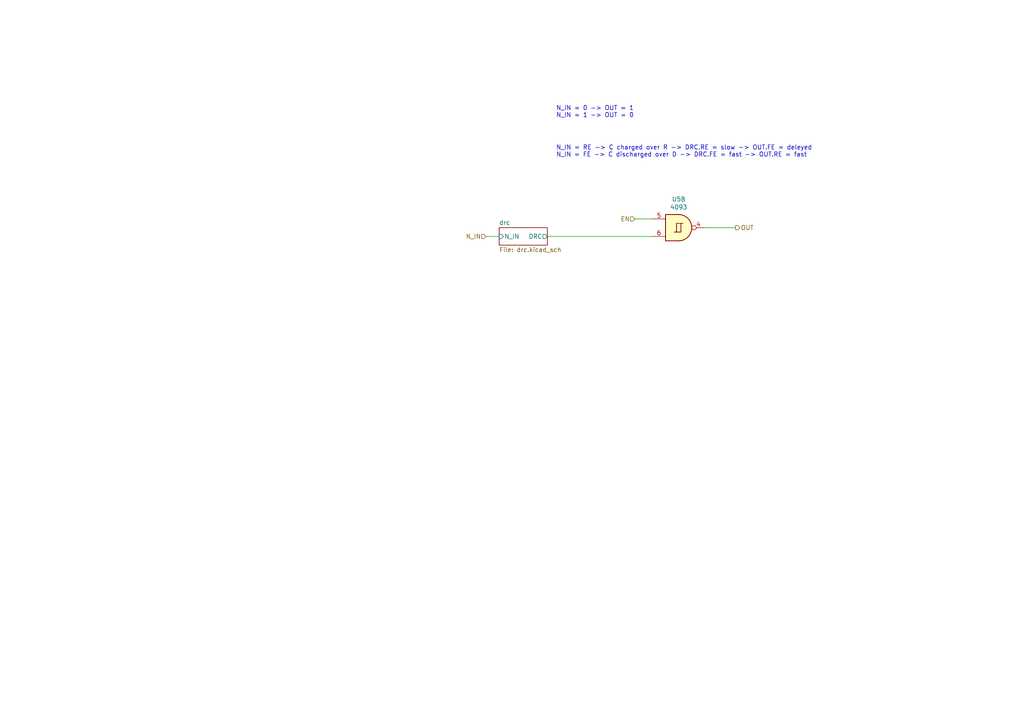
<source format=kicad_sch>
(kicad_sch (version 20211123) (generator eeschema)
  (paper "A4")
  (lib_symbols
    (symbol "4xxx:HEF4093B" (pin_names (offset 1.016))
      (property "Reference" "U" (at 0 1.27 0))
      (property "Value" "HEF4093B" (at 0 -1.27 0))
      (symbol "HEF4093B_1_0"
        (polyline (pts (xy -0.635 -1.27) (xy -0.635 1.27) (xy 0.635 1.27)))
        (polyline (pts (xy -0.635 -1.27) (xy -0.635 1.27) (xy 0.635 1.27)))
        (polyline (pts (xy -1.27 -1.27) (xy 0.635 -1.27) (xy 0.635 1.27) (xy 1.27 1.27)))
        (polyline (pts (xy -1.27 -1.27) (xy 0.635 -1.27) (xy 0.635 1.27) (xy 1.27 1.27)))
      )
      (symbol "HEF4093B_1_1"
        (arc (start 0 -3.81) (mid 3.81 0) (end 0 3.81) (stroke (width 0.254)) (fill (type background)))
        (polyline (pts (xy 0 3.81) (xy -3.81 3.81) (xy -3.81 -3.81) (xy 0 -3.81)) (stroke (width 0.254)) (fill (type background)))
        (pin input line (at -7.62 2.54 0) (length 3.81) (name "~") (number "1"))
        (pin input line (at -7.62 -2.54 0) (length 3.81) (name "~") (number "2"))
        (pin output inverted (at 7.62 0 180) (length 3.81) (name "~") (number "3"))
      )
      (symbol "HEF4093B_1_2"
        (arc (start -3.81 -3.81) (mid -2.589 0) (end -3.81 3.81) (stroke (width 0.254)))
        (arc (start -0.6096 -3.81) (mid 2.1842 -2.5851) (end 3.81 0) (stroke (width 0.254)) (fill (type background)))
        (polyline (pts (xy -3.81 -3.81) (xy -0.635 -3.81)) (stroke (width 0.254)) (fill (type background)))
        (polyline (pts (xy -3.81 3.81) (xy -0.635 3.81)) (stroke (width 0.254)) (fill (type background)))
        (polyline (pts (xy -0.635 3.81) (xy -3.81 3.81) (xy -3.81 3.81) (xy -3.556 3.4036) (xy -3.0226 2.2606) (xy -2.6924 1.0414) (xy -2.6162 -0.254) (xy -2.7686 -1.4986) (xy -3.175 -2.7178) (xy -3.81 -3.81) (xy -3.81 -3.81) (xy -0.635 -3.81)) (stroke (width -25.4)) (fill (type background)))
        (arc (start 3.81 0) (mid 2.1915 2.5936) (end -0.6096 3.81) (stroke (width 0.254)) (fill (type background)))
        (pin input inverted (at -7.62 2.54 0) (length 4.318) (name "~") (number "1"))
        (pin input inverted (at -7.62 -2.54 0) (length 4.318) (name "~") (number "2"))
        (pin output line (at 7.62 0 180) (length 3.81) (name "~") (number "3"))
      )
      (symbol "HEF4093B_2_0"
        (polyline (pts (xy -0.635 -1.27) (xy -0.635 1.27) (xy 0.635 1.27)))
        (polyline (pts (xy -0.635 -1.27) (xy -0.635 1.27) (xy 0.635 1.27)))
        (polyline (pts (xy -1.27 -1.27) (xy 0.635 -1.27) (xy 0.635 1.27) (xy 1.27 1.27)))
        (polyline (pts (xy -1.27 -1.27) (xy 0.635 -1.27) (xy 0.635 1.27) (xy 1.27 1.27)))
      )
      (symbol "HEF4093B_2_1"
        (arc (start 0 -3.81) (mid 3.81 0) (end 0 3.81) (stroke (width 0.254)) (fill (type background)))
        (polyline (pts (xy 0 3.81) (xy -3.81 3.81) (xy -3.81 -3.81) (xy 0 -3.81)) (stroke (width 0.254)) (fill (type background)))
        (pin output inverted (at 7.62 0 180) (length 3.81) (name "~") (number "4"))
        (pin input line (at -7.62 2.54 0) (length 3.81) (name "~") (number "5"))
        (pin input line (at -7.62 -2.54 0) (length 3.81) (name "~") (number "6"))
      )
      (symbol "HEF4093B_2_2"
        (arc (start -3.81 -3.81) (mid -2.589 0) (end -3.81 3.81) (stroke (width 0.254)))
        (arc (start -0.6096 -3.81) (mid 2.1842 -2.5851) (end 3.81 0) (stroke (width 0.254)) (fill (type background)))
        (polyline (pts (xy -3.81 -3.81) (xy -0.635 -3.81)) (stroke (width 0.254)) (fill (type background)))
        (polyline (pts (xy -3.81 3.81) (xy -0.635 3.81)) (stroke (width 0.254)) (fill (type background)))
        (polyline (pts (xy -0.635 3.81) (xy -3.81 3.81) (xy -3.81 3.81) (xy -3.556 3.4036) (xy -3.0226 2.2606) (xy -2.6924 1.0414) (xy -2.6162 -0.254) (xy -2.7686 -1.4986) (xy -3.175 -2.7178) (xy -3.81 -3.81) (xy -3.81 -3.81) (xy -0.635 -3.81)) (stroke (width -25.4)) (fill (type background)))
        (arc (start 3.81 0) (mid 2.1915 2.5936) (end -0.6096 3.81) (stroke (width 0.254)) (fill (type background)))
        (pin output line (at 7.62 0 180) (length 3.81) (name "~") (number "4"))
        (pin input inverted (at -7.62 2.54 0) (length 4.318) (name "~") (number "5"))
        (pin input inverted (at -7.62 -2.54 0) (length 4.318) (name "~") (number "6"))
      )
      (symbol "HEF4093B_3_0"
        (polyline (pts (xy -0.635 -1.27) (xy -0.635 1.27) (xy 0.635 1.27)))
        (polyline (pts (xy -0.635 -1.27) (xy -0.635 1.27) (xy 0.635 1.27)))
        (polyline (pts (xy -1.27 -1.27) (xy 0.635 -1.27) (xy 0.635 1.27) (xy 1.27 1.27)))
        (polyline (pts (xy -1.27 -1.27) (xy 0.635 -1.27) (xy 0.635 1.27) (xy 1.27 1.27)))
      )
      (symbol "HEF4093B_3_1"
        (arc (start 0 -3.81) (mid 3.81 0) (end 0 3.81) (stroke (width 0.254)) (fill (type background)))
        (polyline (pts (xy 0 3.81) (xy -3.81 3.81) (xy -3.81 -3.81) (xy 0 -3.81)) (stroke (width 0.254)) (fill (type background)))
        (pin output inverted (at 7.62 0 180) (length 3.81) (name "~") (number "10"))
        (pin input line (at -7.62 2.54 0) (length 3.81) (name "~") (number "8"))
        (pin input line (at -7.62 -2.54 0) (length 3.81) (name "~") (number "9"))
      )
      (symbol "HEF4093B_3_2"
        (arc (start -3.81 -3.81) (mid -2.589 0) (end -3.81 3.81) (stroke (width 0.254)))
        (arc (start -0.6096 -3.81) (mid 2.1842 -2.5851) (end 3.81 0) (stroke (width 0.254)) (fill (type background)))
        (polyline (pts (xy -3.81 -3.81) (xy -0.635 -3.81)) (stroke (width 0.254)) (fill (type background)))
        (polyline (pts (xy -3.81 3.81) (xy -0.635 3.81)) (stroke (width 0.254)) (fill (type background)))
        (polyline (pts (xy -0.635 3.81) (xy -3.81 3.81) (xy -3.81 3.81) (xy -3.556 3.4036) (xy -3.0226 2.2606) (xy -2.6924 1.0414) (xy -2.6162 -0.254) (xy -2.7686 -1.4986) (xy -3.175 -2.7178) (xy -3.81 -3.81) (xy -3.81 -3.81) (xy -0.635 -3.81)) (stroke (width -25.4)) (fill (type background)))
        (arc (start 3.81 0) (mid 2.1915 2.5936) (end -0.6096 3.81) (stroke (width 0.254)) (fill (type background)))
        (pin output line (at 7.62 0 180) (length 3.81) (name "~") (number "10"))
        (pin input inverted (at -7.62 2.54 0) (length 4.318) (name "~") (number "8"))
        (pin input inverted (at -7.62 -2.54 0) (length 4.318) (name "~") (number "9"))
      )
      (symbol "HEF4093B_4_0"
        (polyline (pts (xy -0.635 -1.27) (xy -0.635 1.27) (xy 0.635 1.27)))
        (polyline (pts (xy -0.635 -1.27) (xy -0.635 1.27) (xy 0.635 1.27)))
        (polyline (pts (xy -1.27 -1.27) (xy 0.635 -1.27) (xy 0.635 1.27) (xy 1.27 1.27)))
        (polyline (pts (xy -1.27 -1.27) (xy 0.635 -1.27) (xy 0.635 1.27) (xy 1.27 1.27)))
      )
      (symbol "HEF4093B_4_1"
        (arc (start 0 -3.81) (mid 3.81 0) (end 0 3.81) (stroke (width 0.254)) (fill (type background)))
        (polyline (pts (xy 0 3.81) (xy -3.81 3.81) (xy -3.81 -3.81) (xy 0 -3.81)) (stroke (width 0.254)) (fill (type background)))
        (pin output inverted (at 7.62 0 180) (length 3.81) (name "~") (number "11"))
        (pin input line (at -7.62 2.54 0) (length 3.81) (name "~") (number "12"))
        (pin input line (at -7.62 -2.54 0) (length 3.81) (name "~") (number "13"))
      )
      (symbol "HEF4093B_4_2"
        (arc (start -3.81 -3.81) (mid -2.589 0) (end -3.81 3.81) (stroke (width 0.254)))
        (arc (start -0.6096 -3.81) (mid 2.1842 -2.5851) (end 3.81 0) (stroke (width 0.254)) (fill (type background)))
        (polyline (pts (xy -3.81 -3.81) (xy -0.635 -3.81)) (stroke (width 0.254)) (fill (type background)))
        (polyline (pts (xy -3.81 3.81) (xy -0.635 3.81)) (stroke (width 0.254)) (fill (type background)))
        (polyline (pts (xy -0.635 3.81) (xy -3.81 3.81) (xy -3.81 3.81) (xy -3.556 3.4036) (xy -3.0226 2.2606) (xy -2.6924 1.0414) (xy -2.6162 -0.254) (xy -2.7686 -1.4986) (xy -3.175 -2.7178) (xy -3.81 -3.81) (xy -3.81 -3.81) (xy -0.635 -3.81)) (stroke (width -25.4)) (fill (type background)))
        (arc (start 3.81 0) (mid 2.1915 2.5936) (end -0.6096 3.81) (stroke (width 0.254)) (fill (type background)))
        (pin output line (at 7.62 0 180) (length 3.81) (name "~") (number "11"))
        (pin input inverted (at -7.62 2.54 0) (length 4.318) (name "~") (number "12"))
        (pin input inverted (at -7.62 -2.54 0) (length 4.318) (name "~") (number "13"))
      )
      (symbol "HEF4093B_5_0"
        (pin power_in line (at 0 12.7 270) (length 5.08) (name "VCC") (number "14"))
        (pin power_in line (at 0 -12.7 90) (length 5.08) (name "GND") (number "7"))
      )
      (symbol "HEF4093B_5_1"
        (rectangle (start -5.08 7.62) (end 5.08 -7.62) (stroke (width 0.254)) (fill (type background)))
      )
    )
  )
  (wire (pts (xy 158.75 68.58) (xy 189.23 68.58)))
  (wire (pts (xy 213.36 66.04) (xy 204.47 66.04)))
  (wire (pts (xy 140.97 68.58) (xy 144.78 68.58)))
  (wire (pts (xy 184.15 63.5) (xy 189.23 63.5)))
  (text "N_IN = 0 -> OUT = 1\nN_IN = 1 -> OUT = 0\n" (at 161.29 34.29 0) (effects (font (size 1.27 1.27)) (justify left bottom)))
  (text "N_IN = RE -> C charged over R -> DRC.RE = slow -> OUT.FE = deleyed\nN_IN = FE -> C discharged over D -> DRC.FE = fast -> OUT.RE = fast" (at 161.29 45.72 0) (effects (font (size 1.27 1.27)) (justify left bottom)))
  (hierarchical_label "OUT" (shape output) (at 213.36 66.04 0))
  (hierarchical_label "N_IN" (shape input) (at 140.97 68.58 180))
  (hierarchical_label "EN" (shape input) (at 184.15 63.5 180))
  (symbol (lib_id "4xxx:HEF4093B") (at 196.85 66.04 0) (unit 2)
    (property "Reference" "U5" (at 196.85 57.785 0))
    (property "Value" "4093" (at 196.85 60.0964 0))
    (property "Footprint" "Package_DIP:DIP-14_W7.62mm" (effects hide))
    (property "Datasheet" "https://assets.nexperia.com/documents/data-sheet/HEF4093B.pdf" (effects hide))
  )
  (sheet (at 144.78 66.04) (size 13.97 5.08)
    (property "Sheet name" "drc" (at 144.78 65.3284 0) (effects (justify left bottom)))
    (property "Sheet file" "drc.kicad_sch" (at 144.78 71.7046 0) (effects (justify left top)))
    (pin "DRC" output (at 158.75 68.58 0))
    (pin "N_IN" input (at 144.78 68.58 180))
  )
)
</source>
